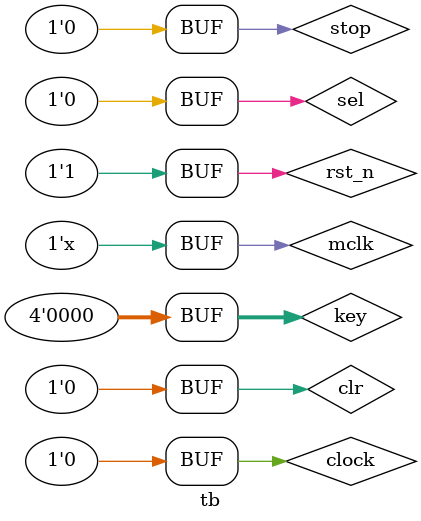
<source format=v>
`timescale 1ns / 1ps


module tb;

	// Inputs
	reg mclk;
	reg rst_n;
	reg [3:0] key;
	reg clock;
	reg sel;
	reg stop;
	reg clr;

	// Outputs
	wire [3:0] an;
	wire [7:0] out;
	wire beep;

	// Instantiate the Unit Under Test (UUT)
	top uut (
		.mclk(mclk), 
		.rst_n(rst_n), 
		.key(key), 
		.clock(clock), 
		.sel(sel), 
		.stop(stop), 
		.clr(clr), 
		.an(an), 
		.out(out), 
		.beep(beep)
	);
	always #10 mclk = ~mclk;
	initial begin
		// Initialize Inputs
		mclk = 0;
		rst_n = 0;
		key = 0;
		clock = 0;
		sel = 0;
		stop = 0;
		clr = 0;

		// Wait 100 ns for global reset to finish
		#95; rst_n = 1'b1;
        
		// Add stimulus here

	end
      
endmodule


</source>
